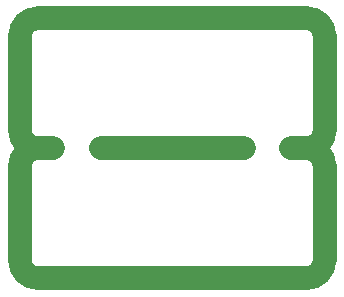
<source format=gbr>
G04 (created by PCBNEW (2013-07-03 BZR 4236)-testing) date Thu 04 Jul 2013 10:30:45 AM CEST*
%MOIN*%
G04 Gerber Fmt 3.4, Leading zero omitted, Abs format*
%FSLAX34Y34*%
G01*
G70*
G90*
G04 APERTURE LIST*
%ADD10C,0.005906*%
%ADD11C,0.078740*%
G04 APERTURE END LIST*
G54D10*
G54D11*
X31500Y-28810D02*
X40470Y-28810D01*
X31500Y-28810D02*
G75*
G03X30910Y-29400I0J-590D01*
G74*
G01*
X30910Y-32550D02*
X30910Y-29400D01*
X31490Y-33140D02*
G75*
G03X30910Y-33740I10J-590D01*
G74*
G01*
X30910Y-36880D02*
X30910Y-33730D01*
X30910Y-36880D02*
G75*
G03X31500Y-37470I590J0D01*
G74*
G01*
X31500Y-37470D02*
X40470Y-37470D01*
X41060Y-36880D02*
X41060Y-33730D01*
X40470Y-37470D02*
G75*
G03X41060Y-36880I0J590D01*
G74*
G01*
X41060Y-33730D02*
G75*
G03X40470Y-33140I-590J0D01*
G74*
G01*
X31500Y-33140D02*
X32020Y-33140D01*
X30910Y-32550D02*
G75*
G03X31500Y-33140I590J0D01*
G74*
G01*
X38360Y-33140D02*
X33600Y-33140D01*
X40470Y-33140D02*
X39950Y-33140D01*
X41060Y-29400D02*
X41060Y-32550D01*
X41060Y-29400D02*
G75*
G03X40470Y-28810I-590J0D01*
G74*
G01*
X40470Y-33140D02*
G75*
G03X41060Y-32550I0J590D01*
G74*
G01*
X32022Y-33140D02*
X32022Y-33140D01*
X33597Y-33140D02*
X33597Y-33140D01*
X38372Y-33140D02*
X38372Y-33140D01*
X39947Y-33140D02*
X39947Y-33140D01*
M02*

</source>
